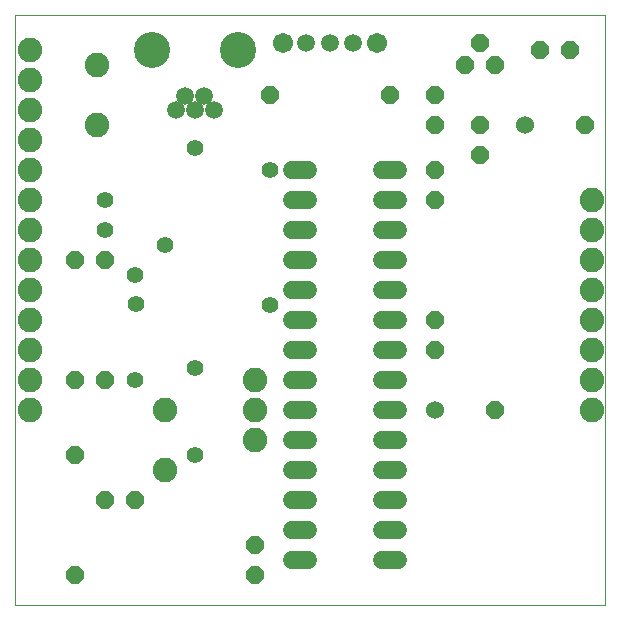
<source format=gts>
G75*
%MOIN*%
%OFA0B0*%
%FSLAX25Y25*%
%IPPOS*%
%LPD*%
%AMOC8*
5,1,8,0,0,1.08239X$1,22.5*
%
%ADD10C,0.00000*%
%ADD11OC8,0.06000*%
%ADD12C,0.06000*%
%ADD13C,0.05950*%
%ADD14C,0.12020*%
%ADD15C,0.06000*%
%ADD16C,0.06737*%
%ADD17C,0.08200*%
%ADD18C,0.05550*%
D10*
X0006000Y0001800D02*
X0006000Y0198650D01*
X0202850Y0198650D01*
X0202850Y0001800D01*
X0006000Y0001800D01*
D11*
X0026000Y0011800D03*
X0036000Y0036800D03*
X0046000Y0036800D03*
X0026000Y0051800D03*
X0026000Y0076800D03*
X0036000Y0076800D03*
X0036000Y0116800D03*
X0026000Y0116800D03*
X0091000Y0171800D03*
X0131000Y0171800D03*
X0146000Y0171800D03*
X0156000Y0181800D03*
X0161000Y0189300D03*
X0166000Y0181800D03*
X0181000Y0186800D03*
X0191000Y0186800D03*
X0196000Y0161800D03*
X0161000Y0161800D03*
X0161000Y0151800D03*
X0146000Y0146800D03*
X0146000Y0136800D03*
X0146000Y0161800D03*
X0146000Y0096800D03*
X0146000Y0086800D03*
X0166000Y0066800D03*
X0086000Y0021800D03*
X0086000Y0011800D03*
D12*
X0146000Y0066800D03*
X0176000Y0161800D03*
D13*
X0118874Y0189300D03*
X0111000Y0189300D03*
X0103126Y0189300D03*
X0072299Y0166721D03*
X0069150Y0171446D03*
X0066000Y0166721D03*
X0062850Y0171446D03*
X0059701Y0166721D03*
D14*
X0051630Y0186800D03*
X0080370Y0186800D03*
D15*
X0098400Y0146800D02*
X0103600Y0146800D01*
X0103600Y0136800D02*
X0098400Y0136800D01*
X0098400Y0126800D02*
X0103600Y0126800D01*
X0103600Y0116800D02*
X0098400Y0116800D01*
X0098400Y0106800D02*
X0103600Y0106800D01*
X0103600Y0096800D02*
X0098400Y0096800D01*
X0098400Y0086800D02*
X0103600Y0086800D01*
X0103600Y0076800D02*
X0098400Y0076800D01*
X0098400Y0066800D02*
X0103600Y0066800D01*
X0103600Y0056800D02*
X0098400Y0056800D01*
X0098400Y0046800D02*
X0103600Y0046800D01*
X0103600Y0036800D02*
X0098400Y0036800D01*
X0098400Y0026800D02*
X0103600Y0026800D01*
X0103600Y0016800D02*
X0098400Y0016800D01*
X0128400Y0016800D02*
X0133600Y0016800D01*
X0133600Y0026800D02*
X0128400Y0026800D01*
X0128400Y0036800D02*
X0133600Y0036800D01*
X0133600Y0046800D02*
X0128400Y0046800D01*
X0128400Y0056800D02*
X0133600Y0056800D01*
X0133600Y0066800D02*
X0128400Y0066800D01*
X0128400Y0076800D02*
X0133600Y0076800D01*
X0133600Y0086800D02*
X0128400Y0086800D01*
X0128400Y0096800D02*
X0133600Y0096800D01*
X0133600Y0106800D02*
X0128400Y0106800D01*
X0128400Y0116800D02*
X0133600Y0116800D01*
X0133600Y0126800D02*
X0128400Y0126800D01*
X0128400Y0136800D02*
X0133600Y0136800D01*
X0133600Y0146800D02*
X0128400Y0146800D01*
D16*
X0126748Y0189300D03*
X0095252Y0189300D03*
D17*
X0033500Y0181800D03*
X0033500Y0161800D03*
X0011000Y0156800D03*
X0011000Y0146800D03*
X0011000Y0136800D03*
X0011000Y0126800D03*
X0011000Y0116800D03*
X0011000Y0106800D03*
X0011000Y0096800D03*
X0011000Y0086800D03*
X0011000Y0076800D03*
X0011000Y0066800D03*
X0056000Y0066800D03*
X0056000Y0046800D03*
X0086000Y0056800D03*
X0086000Y0066800D03*
X0086000Y0076800D03*
X0011000Y0166800D03*
X0011000Y0176800D03*
X0011000Y0186800D03*
X0198500Y0136800D03*
X0198500Y0126800D03*
X0198500Y0116800D03*
X0198500Y0106800D03*
X0198500Y0096800D03*
X0198500Y0086800D03*
X0198500Y0076800D03*
X0198500Y0066800D03*
D18*
X0091000Y0101800D03*
X0066000Y0080775D03*
X0046000Y0076800D03*
X0046311Y0102111D03*
X0046000Y0111800D03*
X0056000Y0121800D03*
X0036000Y0126800D03*
X0036000Y0136800D03*
X0066000Y0154300D03*
X0091000Y0146800D03*
X0066000Y0051800D03*
M02*

</source>
